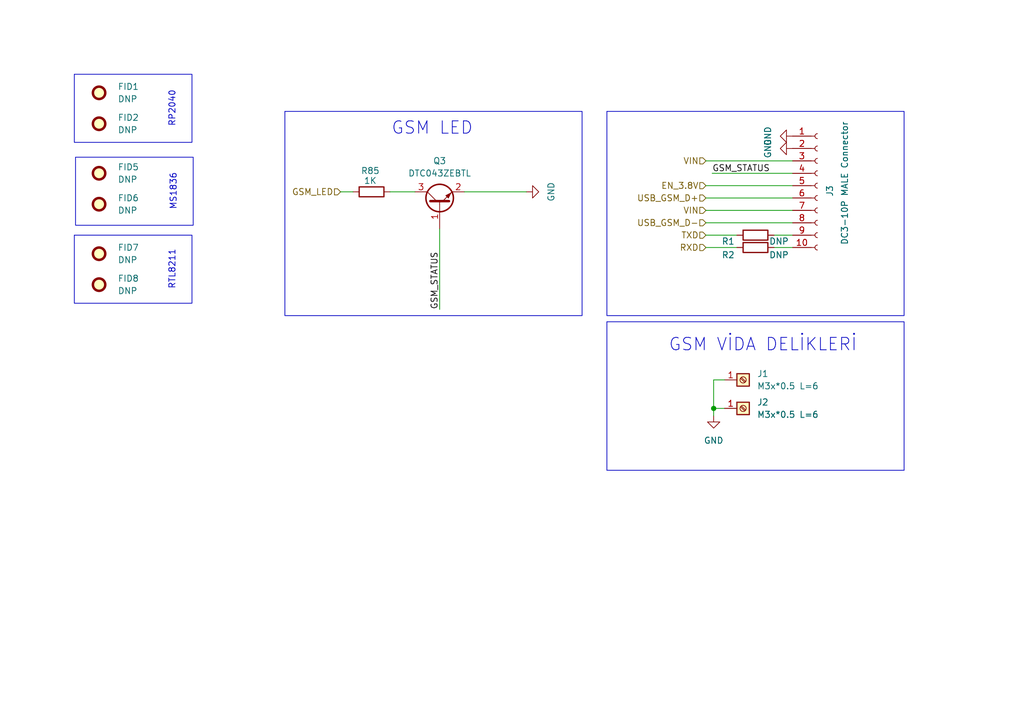
<source format=kicad_sch>
(kicad_sch (version 20231120) (generator "eeschema") (generator_version "8.0")
  (paper "A5")
  (title_block (company "SmartEQ Information Technologies"))
  (lib_symbols
    (symbol "Connector:Conn_01x10_Socket" (pin_names (offset 1.016) hide)
      (property "Reference" "J" (at 0 12.7 0))
      (property "Value" "Conn_01x10_Socket" (at 0 -15.24 0))
      (symbol "Conn_01x10_Socket_1_1"
        (arc (start 0 -12.192) (mid -0.5058 -12.7) (end 0 -13.208) (stroke (width 0.1524)))
        (arc (start 0 -9.652) (mid -0.5058 -10.16) (end 0 -10.668) (stroke (width 0.1524)))
        (arc (start 0 -7.112) (mid -0.5058 -7.62) (end 0 -8.128) (stroke (width 0.1524)))
        (arc (start 0 -4.572) (mid -0.5058 -5.08) (end 0 -5.588) (stroke (width 0.1524)))
        (arc (start 0 -2.032) (mid -0.5058 -2.54) (end 0 -3.048) (stroke (width 0.1524)))
        (polyline (pts (xy -1.27 -12.7) (xy -0.508 -12.7)) (stroke (width 0.1524)))
        (polyline (pts (xy -1.27 -10.16) (xy -0.508 -10.16)) (stroke (width 0.1524)))
        (polyline (pts (xy -1.27 -7.62) (xy -0.508 -7.62)) (stroke (width 0.1524)))
        (polyline (pts (xy -1.27 -5.08) (xy -0.508 -5.08)) (stroke (width 0.1524)))
        (polyline (pts (xy -1.27 -2.54) (xy -0.508 -2.54)) (stroke (width 0.1524)))
        (polyline (pts (xy -1.27 0) (xy -0.508 0)) (stroke (width 0.1524)))
        (polyline (pts (xy -1.27 2.54) (xy -0.508 2.54)) (stroke (width 0.1524)))
        (polyline (pts (xy -1.27 5.08) (xy -0.508 5.08)) (stroke (width 0.1524)))
        (polyline (pts (xy -1.27 7.62) (xy -0.508 7.62)) (stroke (width 0.1524)))
        (polyline (pts (xy -1.27 10.16) (xy -0.508 10.16)) (stroke (width 0.1524)))
        (arc (start 0 0.508) (mid -0.5058 0) (end 0 -0.508) (stroke (width 0.1524)))
        (arc (start 0 3.048) (mid -0.5058 2.54) (end 0 2.032) (stroke (width 0.1524)))
        (arc (start 0 5.588) (mid -0.5058 5.08) (end 0 4.572) (stroke (width 0.1524)))
        (arc (start 0 8.128) (mid -0.5058 7.62) (end 0 7.112) (stroke (width 0.1524)))
        (arc (start 0 10.668) (mid -0.5058 10.16) (end 0 9.652) (stroke (width 0.1524)))
        (pin passive line (at -5.08 10.16 0) (length 3.81) (name "Pin_1") (number "1"))
        (pin passive line (at -5.08 -12.7 0) (length 3.81) (name "Pin_10") (number "10"))
        (pin passive line (at -5.08 7.62 0) (length 3.81) (name "Pin_2") (number "2"))
        (pin passive line (at -5.08 5.08 0) (length 3.81) (name "Pin_3") (number "3"))
        (pin passive line (at -5.08 2.54 0) (length 3.81) (name "Pin_4") (number "4"))
        (pin passive line (at -5.08 0 0) (length 3.81) (name "Pin_5") (number "5"))
        (pin passive line (at -5.08 -2.54 0) (length 3.81) (name "Pin_6") (number "6"))
        (pin passive line (at -5.08 -5.08 0) (length 3.81) (name "Pin_7") (number "7"))
        (pin passive line (at -5.08 -7.62 0) (length 3.81) (name "Pin_8") (number "8"))
        (pin passive line (at -5.08 -10.16 0) (length 3.81) (name "Pin_9") (number "9"))
      )
    )
    (symbol "Connector:Screw_Terminal_01x01" (pin_names (offset 1.016) hide)
      (property "Reference" "J23" (at 2.8515 1.2701 0))
      (property "Value" "M3x*0.5 L=8" (at 2.8515 -1.2699 0))
      (symbol "Screw_Terminal_01x01_1_1"
        (rectangle (start -1.27 1.27) (end 1.27 -1.27) (stroke (width 0.254)) (fill (type background)))
        (polyline (pts (xy -0.5334 0.3302) (xy 0.3302 -0.508)) (stroke (width 0.1524)))
        (polyline (pts (xy -0.3556 0.508) (xy 0.508 -0.3302)) (stroke (width 0.1524)))
        (circle (center 0 0) (radius 0.635) (stroke (width 0.1524)))
        (pin input line (at -3.81 0 0) (length 2.54) (name "1") (number "1"))
      )
    )
    (symbol "Device:R" (pin_numbers hide) (pin_names (offset 0))
      (property "Reference" "R" (at 2.032 0 90))
      (property "Value" "R" (at 0 0 90))
      (symbol "R_0_1"
        (rectangle (start -1.016 -2.54) (end 1.016 2.54) (stroke (width 0.254)))
      )
      (symbol "R_1_1"
        (pin passive line (at 0 3.81 270) (length 1.27) (name "~") (number "1"))
        (pin passive line (at 0 -3.81 90) (length 1.27) (name "~") (number "2"))
      )
    )
    (symbol "Mechanical:Fiducial"
      (property "Reference" "FID" (at 0 5.08 0))
      (property "Value" "Fiducial" (at 0 3.175 0))
      (symbol "Fiducial_0_1"
        (circle (center 0 0) (radius 1.27) (stroke (width 0.508)) (fill (type background)))
      )
    )
    (symbol "Screw_Terminal_01x01_1" (pin_names (offset 1.016) hide)
      (property "Reference" "J28" (at 2.8515 1.2701 0))
      (property "Value" "M3x*0.5 L=8" (at 2.8515 -1.2699 0))
      (symbol "Screw_Terminal_01x01_1_1_1"
        (rectangle (start -1.27 1.27) (end 1.27 -1.27) (stroke (width 0.254)) (fill (type background)))
        (polyline (pts (xy -0.5334 0.3302) (xy 0.3302 -0.508)) (stroke (width 0.1524)))
        (polyline (pts (xy -0.3556 0.508) (xy 0.508 -0.3302)) (stroke (width 0.1524)))
        (circle (center 0 0) (radius 0.635) (stroke (width 0.1524)))
        (pin input line (at -3.81 0 0) (length 2.54) (name "1") (number "1"))
      )
    )
    (symbol "Transistor_BJT:2SC1945" (pin_names (offset 0) hide)
      (property "Reference" "Q" (at 5.08 1.905 0))
      (property "Value" "2SC1945" (at 5.08 0 0))
      (symbol "2SC1945_0_1"
        (polyline (pts (xy 0 0) (xy 0.635 0)))
        (polyline (pts (xy 2.54 2.54) (xy 0.635 0.635)))
        (polyline (pts (xy 0.635 1.905) (xy 0.635 -1.905) (xy 0.635 -1.905)) (stroke (width 0.508)))
        (polyline (pts (xy 2.286 -2.286) (xy 1.778 -1.778) (xy 1.778 -1.778)))
        (polyline (pts (xy 2.54 -2.54) (xy 0.635 -0.635) (xy 1.27 -1.27)) (fill (type outline)))
        (polyline (pts (xy 1.27 -1.778) (xy 1.778 -1.27) (xy 2.286 -2.286) (xy 1.27 -1.778) (xy 1.27 -1.778)) (fill (type outline)))
        (circle (center 1.27 0) (radius 2.8194) (stroke (width 0.3048)))
      )
      (symbol "2SC1945_1_1"
        (pin input line (at -5.08 0 0) (length 5.08) (name "B") (number "1"))
        (pin passive line (at 2.54 -5.08 90) (length 2.54) (name "E") (number "2"))
        (pin passive line (at 2.54 5.08 270) (length 2.54) (name "C") (number "3"))
      )
    )
    (symbol "power:GND" (power) (pin_names (offset 0))
      (property "Value" "GND" (at 0 -3.81 0))
      (symbol "GND_0_1"
        (polyline (pts (xy 0 0) (xy 0 -1.27) (xy 1.27 -1.27) (xy 0 -2.54) (xy -1.27 -1.27) (xy 0 -1.27)))
      )
      (symbol "GND_1_1"
        (pin power_in line (at 0 0 270) (length 0) hide (name "GND") (number "1"))
      )
    )
  )
  (junction (at 146.3615 83.82))
  (wire (pts (xy 90.17 63.5) (xy 90.17 46.99)))
  (wire (pts (xy 146.3615 77.9698) (xy 148.59 77.9698)))
  (wire (pts (xy 144.78 33.02) (xy 162.56 33.02)))
  (wire (pts (xy 144.78 43.18) (xy 162.56 43.18)))
  (wire (pts (xy 158.75 50.8) (xy 162.56 50.8)))
  (wire (pts (xy 69.85 39.37) (xy 72.39 39.37)))
  (wire (pts (xy 144.78 38.1) (xy 162.56 38.1)))
  (wire (pts (xy 158.75 48.26) (xy 162.56 48.26)))
  (wire (pts (xy 144.78 40.64) (xy 162.56 40.64)))
  (wire (pts (xy 146.3615 83.82) (xy 146.3615 77.9698)))
  (wire (pts (xy 144.78 45.72) (xy 162.56 45.72)))
  (wire (pts (xy 144.78 48.26) (xy 151.13 48.26)))
  (wire (pts (xy 146.3615 85.323) (xy 146.3615 83.82)))
  (wire (pts (xy 146.05 35.56) (xy 162.56 35.56)))
  (wire (pts (xy 144.78 50.8) (xy 151.13 50.8)))
  (wire (pts (xy 146.3615 83.82) (xy 148.59 83.82)))
  (wire (pts (xy 80.01 39.37) (xy 85.09 39.37)))
  (wire (pts (xy 95.25 39.37) (xy 107.95 39.37)))
  (rectangle (start 124.46 22.86) (end 185.42 64.77))
  (rectangle (start 15.494 32.258) (end 39.624 46.228))
  (rectangle (start 124.46 66.04) (end 185.42 96.52))
  (rectangle (start 58.42 22.86) (end 119.38 64.77))
  (rectangle (start 15.24 48.26) (end 39.37 62.23))
  (rectangle (start 15.24 15.24) (end 39.37 29.21))
  (text "MS1836" (at 35.56 39.37 90) (effects (font (size 1.27 1.27))))
  (text "RP2040" (at 35.306 22.352 90) (effects (font (size 1.27 1.27))))
  (text "GSM VİDA DELİKLERİ\n" (at 156.464 70.866 0) (effects (font (size 2.54 2.54))))
  (text "RTL8211" (at 35.306 55.372 90) (effects (font (size 1.27 1.27))))
  (text "GSM LED" (at 88.646 26.416 0) (effects (font (size 2.54 2.54))))
  (label "GSM_STATUS" (at 90.17 63.5 90))
  (label "GSM_STATUS" (at 146.05 35.56 0))
  (hierarchical_label "EN_3.8V" (shape input) (at 144.78 38.1 180))
  (hierarchical_label "VIN" (shape input) (at 144.78 33.02 180))
  (hierarchical_label "RXD" (shape input) (at 144.78 50.8 180))
  (hierarchical_label "TXD" (shape input) (at 144.78 48.26 180))
  (hierarchical_label "VIN" (shape input) (at 144.78 43.18 180))
  (hierarchical_label "GSM_LED" (shape input) (at 69.85 39.37 180))
  (hierarchical_label "USB_GSM_D+" (shape input) (at 144.78 40.64 180))
  (hierarchical_label "USB_GSM_D-" (shape input) (at 144.78 45.72 180))
  (symbol (lib_id "Mechanical:Fiducial") (at 20.32 25.4 0) (unit 1)
    (property "Reference" "FID2" (at 24.13 24.1299 0) (effects (justify left)))
    (property "Value" "DNP" (at 24.13 26.6699 0) (effects (justify left)))
    (property "Footprint" "Fiducial:Fiducial_0.5mm_Mask1mm" (effects (hide yes)))
    (property "Description" "Fiducial Marker" (effects (hide yes)))
  )
  (symbol (lib_id "Connector:Conn_01x10_Socket") (at 167.64 38.1 0) (unit 1)
    (property "Reference" "J3" (at 170.18 40.386 90) (effects (justify left)))
    (property "Value" "DC3-10P MALE Connector" (at 173.228 50.292 90) (effects (justify left)))
    (property "Footprint" "Footprint Library:GSM connector" (effects (hide yes)))
    (property "Description" "Generic connector, single row, 01x10, script generated" (effects (hide yes)))
    (property "MPN" "DC3-10P MALE Connector" (effects (hide yes)))
  )
  (symbol (lib_id "Device:R") (at 154.94 50.8 270) (unit 1)
    (property "Reference" "R2" (at 149.352 52.324 90))
    (property "Value" "DNP" (at 159.766 52.324 90))
    (property "Footprint" "Resistor_SMD:R_0603_1608Metric" (effects (hide yes)))
  )
  (symbol (lib_id "Mechanical:Fiducial") (at 20.32 35.56 0) (unit 1)
    (property "Reference" "FID5" (at 24.13 34.2899 0) (effects (justify left)))
    (property "Value" "DNP" (at 24.13 36.8299 0) (effects (justify left)))
    (property "Footprint" "Fiducial:Fiducial_0.5mm_Mask1mm" (effects (hide yes)))
    (property "Description" "Fiducial Marker" (effects (hide yes)))
  )
  (symbol (lib_name "Screw_Terminal_01x01_1") (lib_id "Connector:Screw_Terminal_01x01") (at 152.4 83.82 0) (unit 1)
    (property "Reference" "J2" (at 155.2515 82.5499 0) (effects (justify left)))
    (property "Value" "M3x*0.5 L=6" (at 155.2515 85.0899 0) (effects (justify left)))
    (property "Footprint" "Footprint Library:Screw Terminal Shinbo" (effects (hide yes)))
    (property "Description" "Board mounting elevator    M3 hole size, 4 pins PCB-64-M3" (effects (hide yes)))
    (property "MPN" "SMTSO-M3-6ET" (effects (hide yes)))
  )
  (symbol (lib_id "Mechanical:Fiducial") (at 20.32 58.42 0) (unit 1)
    (property "Reference" "FID8" (at 24.13 57.1499 0) (effects (justify left)))
    (property "Value" "DNP" (at 24.13 59.6899 0) (effects (justify left)))
    (property "Footprint" "Fiducial:Fiducial_0.5mm_Mask1mm" (effects (hide yes)))
    (property "Description" "Fiducial Marker" (effects (hide yes)))
  )
  (symbol (lib_id "power:GND") (at 162.56 27.94 270) (unit 1)
    (property "Reference" "#PWR02" (effects (hide yes)))
    (property "Value" "GND" (at 157.48 27.94 0))
  )
  (symbol (lib_id "Device:R") (at 154.94 48.26 270) (unit 1)
    (property "Reference" "R1" (at 149.352 49.53 90))
    (property "Value" "DNP" (at 159.766 49.53 90))
    (property "Footprint" "Resistor_SMD:R_0603_1608Metric" (effects (hide yes)))
  )
  (symbol (lib_id "power:GND") (at 162.56 30.48 270) (unit 1)
    (property "Reference" "#PWR03" (effects (hide yes)))
    (property "Value" "GND" (at 157.48 30.48 0))
  )
  (symbol (lib_id "Connector:Screw_Terminal_01x01") (at 152.4 77.9698 0) (unit 1)
    (property "Reference" "J1" (at 155.2515 76.6997 0) (effects (justify left)))
    (property "Value" "M3x*0.5 L=6" (at 155.2515 79.2397 0) (effects (justify left)))
    (property "Footprint" "Footprint Library:Screw Terminal Shinbo" (effects (hide yes)))
    (property "Description" "Board mounting elevator    M3 hole size, 4 pins PCB-64-M3" (effects (hide yes)))
    (property "MPN" "SMTSO-M3-6ET" (effects (hide yes)))
  )
  (symbol (lib_id "Device:R") (at 76.2 39.37 270) (unit 1)
    (property "Reference" "R85" (at 75.946 35.052 90))
    (property "Value" "1K" (at 75.946 37.084 90))
    (property "Footprint" "Resistor_SMD:R_0603_1608Metric" (effects (hide yes)))
    (property "MPN" "0603WAF1001T5E" (effects (hide yes)))
  )
  (symbol (lib_id "Mechanical:Fiducial") (at 20.32 41.91 0) (unit 1)
    (property "Reference" "FID6" (at 24.13 40.6399 0) (effects (justify left)))
    (property "Value" "DNP" (at 24.13 43.1799 0) (effects (justify left)))
    (property "Footprint" "Fiducial:Fiducial_0.5mm_Mask1mm" (effects (hide yes)))
    (property "Description" "Fiducial Marker" (effects (hide yes)))
  )
  (symbol (lib_id "power:GND") (at 146.3615 85.323 0) (unit 1)
    (property "Reference" "#PWR01" (effects (hide yes)))
    (property "Value" "GND" (at 146.3615 90.403 0))
  )
  (symbol (lib_id "Mechanical:Fiducial") (at 20.32 52.07 0) (unit 1)
    (property "Reference" "FID7" (at 24.13 50.7999 0) (effects (justify left)))
    (property "Value" "DNP" (at 24.13 53.3399 0) (effects (justify left)))
    (property "Footprint" "Fiducial:Fiducial_0.5mm_Mask1mm" (effects (hide yes)))
    (property "Description" "Fiducial Marker" (effects (hide yes)))
  )
  (symbol (lib_id "Mechanical:Fiducial") (at 20.32 19.05 0) (unit 1)
    (property "Reference" "FID1" (at 24.13 17.7799 0) (effects (justify left)))
    (property "Value" "DNP" (at 24.13 20.3199 0) (effects (justify left)))
    (property "Footprint" "Fiducial:Fiducial_0.5mm_Mask1mm" (effects (hide yes)))
    (property "Description" "Fiducial Marker" (effects (hide yes)))
  )
  (symbol (lib_id "power:GND") (at 107.95 39.37 90) (unit 1)
    (property "Reference" "#PWR090" (effects (hide yes)))
    (property "Value" "GND" (at 113.03 39.37 0))
  )
  (symbol (lib_id "Transistor_BJT:2SC1945") (at 90.17 41.91 90) (unit 1)
    (property "Reference" "Q3" (at 90.17 33.02 90))
    (property "Value" "DTC043ZEBTL" (at 90.17 35.56 90))
    (property "Footprint" "Package_TO_SOT_SMD:SOT-416" (effects (hide yes)))
    (property "MPN" "DTC043ZEBTL" (effects (hide yes)))
  )
)
</source>
